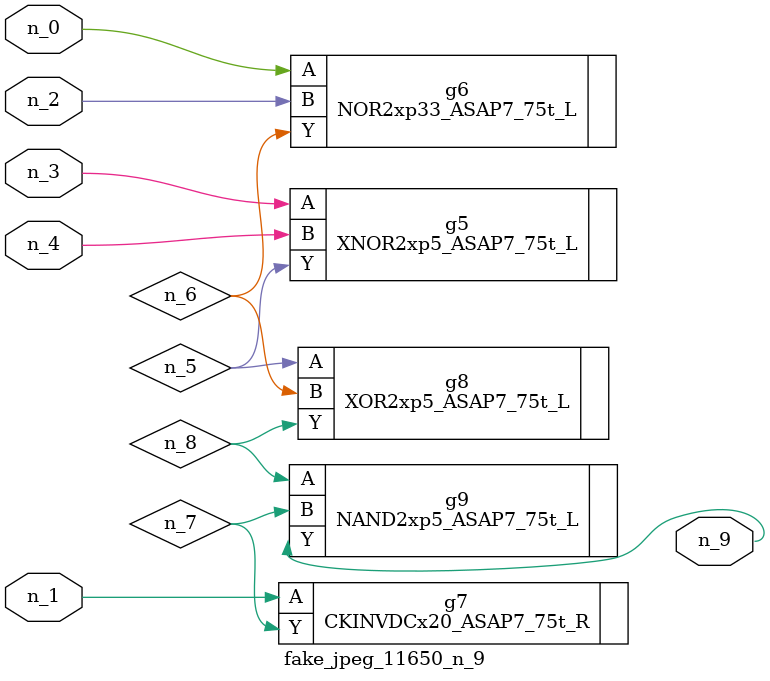
<source format=v>
module fake_jpeg_11650_n_9 (n_3, n_2, n_1, n_0, n_4, n_9);

input n_3;
input n_2;
input n_1;
input n_0;
input n_4;

output n_9;

wire n_8;
wire n_6;
wire n_5;
wire n_7;

XNOR2xp5_ASAP7_75t_L g5 ( 
.A(n_3),
.B(n_4),
.Y(n_5)
);

NOR2xp33_ASAP7_75t_L g6 ( 
.A(n_0),
.B(n_2),
.Y(n_6)
);

CKINVDCx20_ASAP7_75t_R g7 ( 
.A(n_1),
.Y(n_7)
);

XOR2xp5_ASAP7_75t_L g8 ( 
.A(n_5),
.B(n_6),
.Y(n_8)
);

NAND2xp5_ASAP7_75t_L g9 ( 
.A(n_8),
.B(n_7),
.Y(n_9)
);


endmodule
</source>
